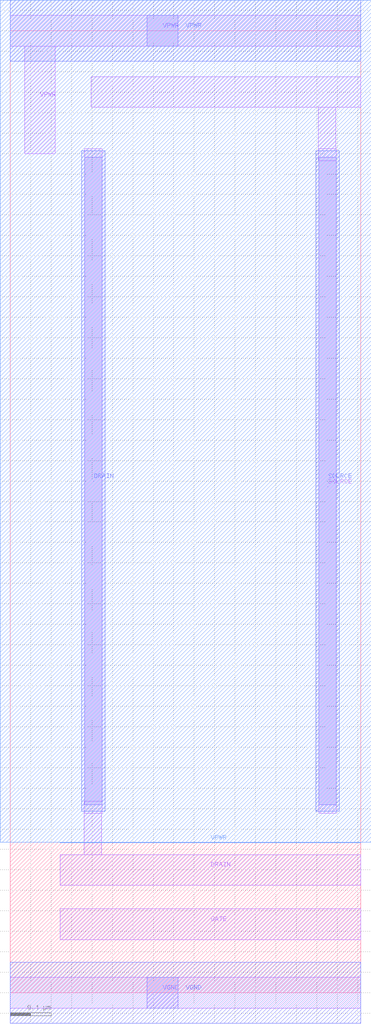
<source format=lef>
VERSION 5.7 ;
  NOWIREEXTENSIONATPIN ON ;
  DIVIDERCHAR "/" ;
  BUSBITCHARS "[]" ;
MACRO sky130_asc_nfet_01v8_lvt_1
  CLASS CORE ;
  FOREIGN sky130_asc_nfet_01v8_lvt_1 ;
  ORIGIN 0.000 0.000 ;
  SIZE 3.070 BY 9.400 ;
  SITE unitasc ;
  PIN GATE
    DIRECTION INOUT ;
    ANTENNAGATEAREA 8.000000 ;
    PORT
      LAYER li1 ;
        RECT 0.890 0.720 3.070 1.020 ;
    END
  END GATE
  PIN SOURCE
    DIRECTION INOUT ;
    ANTENNADIFFAREA 1.160000 ;
    PORT
      LAYER li1 ;
        RECT 0.490 8.450 3.070 8.750 ;
        RECT 2.835 7.020 3.005 8.450 ;
        RECT 2.835 6.930 3.010 7.020 ;
        RECT 2.840 2.980 3.010 6.930 ;
      LAYER mcon ;
        RECT 2.840 3.060 3.010 6.940 ;
      LAYER met1 ;
        RECT 2.810 3.000 3.040 7.000 ;
    END
  END SOURCE
  PIN DRAIN
    DIRECTION INOUT ;
    ANTENNADIFFAREA 1.160000 ;
    PORT
      LAYER li1 ;
        RECT 0.550 3.270 0.720 7.020 ;
        RECT 0.545 2.980 0.720 3.270 ;
        RECT 0.545 2.150 0.715 2.980 ;
        RECT 0.490 1.850 3.070 2.150 ;
      LAYER mcon ;
        RECT 0.550 3.060 0.720 6.940 ;
      LAYER met1 ;
        RECT 0.520 3.000 0.750 7.000 ;
    END
  END DRAIN
  PIN VPWR
    DIRECTION INOUT ;
    USE POWER ;
    PORT
      LAYER li1 ;
        RECT 0.000 9.250 3.070 9.550 ;
      LAYER mcon ;
        RECT 1.340 9.250 1.640 9.550 ;
      LAYER met1 ;
        RECT 0.000 9.100 3.070 9.700 ;
    END
  END VPWR
  PIN VGND
    DIRECTION INOUT ;
    USE GROUND ;
    PORT
      LAYER pwell ;
        RECT -0.100 0.150 3.170 7.130 ;
      LAYER li1 ;
        RECT 0.140 0.150 0.440 1.200 ;
        RECT 0.000 -0.150 3.070 0.150 ;
      LAYER mcon ;
        RECT 1.340 -0.150 1.640 0.150 ;
      LAYER met1 ;
        RECT 0.000 -0.300 3.070 0.300 ;
    END
  END VGND
END sky130_asc_nfet_01v8_lvt_1

#--------EOF---------

MACRO sky130_asc_pfet_01v8_lvt_1
  CLASS CORE ;
  FOREIGN sky130_asc_pfet_01v8_lvt_1 ;
  ORIGIN 0.000 0.000 ;
  SIZE 3.430 BY 9.400 ;
  SITE unitasc ;
  PIN GATE
    DIRECTION INOUT ;
    USE SIGNAL ;
    ANTENNAGATEAREA 12.900000 ;
    PORT
      LAYER li1 ;
        RECT 0.490 0.520 3.430 0.820 ;
    END
  END GATE
  PIN SOURCE
    DIRECTION INOUT ;
    USE SIGNAL ;
    ANTENNADIFFAREA 1.870500 ;
    PORT
      LAYER li1 ;
        RECT 0.790 8.650 3.430 8.950 ;
        RECT 3.015 8.245 3.185 8.650 ;
        RECT 3.015 8.130 3.190 8.245 ;
        RECT 3.020 1.755 3.190 8.130 ;
      LAYER mcon ;
        RECT 3.020 1.835 3.190 8.165 ;
      LAYER met1 ;
        RECT 2.990 1.775 3.220 8.225 ;
    END
  END SOURCE
  PIN DRAIN
    DIRECTION INOUT ;
    USE SIGNAL ;
    ANTENNADIFFAREA 1.870500 ;
    PORT
      LAYER li1 ;
        RECT 0.730 1.870 0.900 8.245 ;
        RECT 0.725 1.755 0.900 1.870 ;
        RECT 0.725 1.350 0.895 1.755 ;
        RECT 0.490 1.050 3.430 1.350 ;
      LAYER mcon ;
        RECT 0.730 1.835 0.900 8.165 ;
      LAYER met1 ;
        RECT 0.700 1.775 0.930 8.225 ;
    END
  END DRAIN
  PIN VPWR
    DIRECTION INOUT ;
    USE POWER ;
    PORT
      LAYER nwell ;
        RECT -0.100 1.470 3.530 9.700 ;
        RECT 0.490 1.465 3.430 1.470 ;
      LAYER li1 ;
        RECT 0.000 9.250 3.430 9.550 ;
        RECT 0.140 8.200 0.440 9.250 ;
      LAYER mcon ;
        RECT 1.340 9.250 1.640 9.550 ;
      LAYER met1 ;
        RECT 0.000 9.100 3.430 9.700 ;
    END
  END VPWR
  PIN VGND
    DIRECTION INOUT ;
    USE GROUND ;
    PORT
      LAYER li1 ;
        RECT 0.000 -0.150 3.430 0.150 ;
      LAYER mcon ;
        RECT 1.340 -0.150 1.640 0.150 ;
      LAYER met1 ;
        RECT 0.000 -0.300 3.430 0.300 ;
    END
  END VGND
END sky130_asc_pfet_01v8_lvt_1

#--------EOF---------

END LIBRARY
</source>
